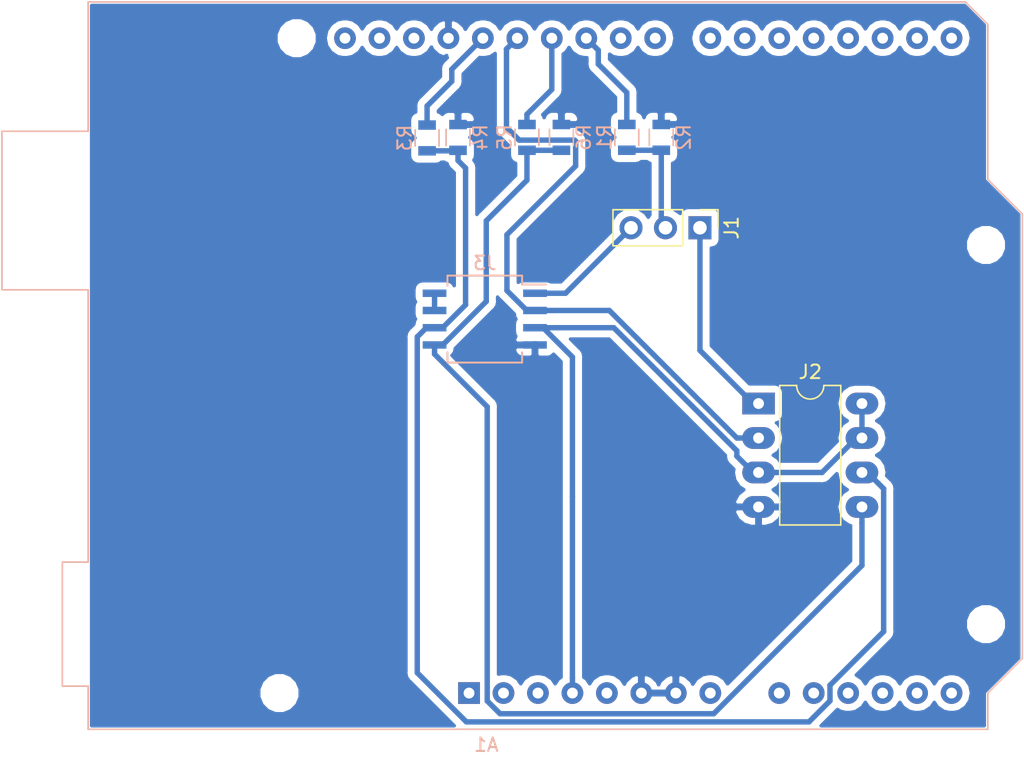
<source format=kicad_pcb>
(kicad_pcb (version 20171130) (host pcbnew 5.0.2-bee76a0~70~ubuntu18.04.1)

  (general
    (thickness 1.6)
    (drawings 0)
    (tracks 80)
    (zones 0)
    (modules 10)
    (nets 36)
  )

  (page A4)
  (layers
    (0 F.Cu signal)
    (31 B.Cu signal)
    (32 B.Adhes user)
    (33 F.Adhes user)
    (34 B.Paste user)
    (35 F.Paste user)
    (36 B.SilkS user)
    (37 F.SilkS user)
    (38 B.Mask user)
    (39 F.Mask user)
    (40 Dwgs.User user)
    (41 Cmts.User user)
    (42 Eco1.User user)
    (43 Eco2.User user)
    (44 Edge.Cuts user)
    (45 Margin user)
    (46 B.CrtYd user)
    (47 F.CrtYd user)
    (48 B.Fab user)
    (49 F.Fab user)
  )

  (setup
    (last_trace_width 0.4)
    (trace_clearance 0.2)
    (zone_clearance 0.508)
    (zone_45_only no)
    (trace_min 0.2)
    (segment_width 0.2)
    (edge_width 0.15)
    (via_size 0.8)
    (via_drill 0.4)
    (via_min_size 0.4)
    (via_min_drill 0.3)
    (uvia_size 0.3)
    (uvia_drill 0.1)
    (uvias_allowed no)
    (uvia_min_size 0.2)
    (uvia_min_drill 0.1)
    (pcb_text_width 0.3)
    (pcb_text_size 1.5 1.5)
    (mod_edge_width 0.15)
    (mod_text_size 1 1)
    (mod_text_width 0.15)
    (pad_size 1.524 1.524)
    (pad_drill 0.762)
    (pad_to_mask_clearance 0.051)
    (solder_mask_min_width 0.25)
    (aux_axis_origin 0 0)
    (visible_elements FFFFF77F)
    (pcbplotparams
      (layerselection 0x010fc_ffffffff)
      (usegerberextensions false)
      (usegerberattributes false)
      (usegerberadvancedattributes false)
      (creategerberjobfile false)
      (excludeedgelayer true)
      (linewidth 0.100000)
      (plotframeref false)
      (viasonmask false)
      (mode 1)
      (useauxorigin false)
      (hpglpennumber 1)
      (hpglpenspeed 20)
      (hpglpendiameter 15.000000)
      (psnegative false)
      (psa4output false)
      (plotreference true)
      (plotvalue true)
      (plotinvisibletext false)
      (padsonsilk false)
      (subtractmaskfromsilk false)
      (outputformat 1)
      (mirror false)
      (drillshape 1)
      (scaleselection 1)
      (outputdirectory ""))
  )

  (net 0 "")
  (net 1 CS_SO-8)
  (net 2 CS_L)
  (net 3 CS_DIL-8)
  (net 4 3.3V)
  (net 5 GND)
  (net 6 SCK_L)
  (net 7 MISO)
  (net 8 MOSI_L)
  (net 9 CS)
  (net 10 SCK)
  (net 11 MOSI)
  (net 12 "Net-(A1-Pad16)")
  (net 13 "Net-(A1-Pad15)")
  (net 14 "Net-(A1-Pad30)")
  (net 15 "Net-(A1-Pad14)")
  (net 16 "Net-(A1-Pad13)")
  (net 17 "Net-(A1-Pad12)")
  (net 18 "Net-(A1-Pad11)")
  (net 19 "Net-(A1-Pad10)")
  (net 20 "Net-(A1-Pad9)")
  (net 21 "Net-(A1-Pad24)")
  (net 22 "Net-(A1-Pad8)")
  (net 23 PB0)
  (net 24 "Net-(A1-Pad22)")
  (net 25 "Net-(A1-Pad21)")
  (net 26 5V)
  (net 27 "Net-(A1-Pad20)")
  (net 28 "Net-(A1-Pad19)")
  (net 29 "Net-(A1-Pad3)")
  (net 30 "Net-(A1-Pad18)")
  (net 31 "Net-(A1-Pad2)")
  (net 32 "Net-(A1-Pad17)")
  (net 33 "Net-(A1-Pad1)")
  (net 34 "Net-(A1-Pad31)")
  (net 35 "Net-(A1-Pad32)")

  (net_class Default "Esta é a classe de rede padrão."
    (clearance 0.2)
    (trace_width 0.4)
    (via_dia 0.8)
    (via_drill 0.4)
    (uvia_dia 0.3)
    (uvia_drill 0.1)
    (add_net 3.3V)
    (add_net 5V)
    (add_net CS)
    (add_net CS_DIL-8)
    (add_net CS_L)
    (add_net CS_SO-8)
    (add_net GND)
    (add_net MISO)
    (add_net MOSI)
    (add_net MOSI_L)
    (add_net "Net-(A1-Pad1)")
    (add_net "Net-(A1-Pad10)")
    (add_net "Net-(A1-Pad11)")
    (add_net "Net-(A1-Pad12)")
    (add_net "Net-(A1-Pad13)")
    (add_net "Net-(A1-Pad14)")
    (add_net "Net-(A1-Pad15)")
    (add_net "Net-(A1-Pad16)")
    (add_net "Net-(A1-Pad17)")
    (add_net "Net-(A1-Pad18)")
    (add_net "Net-(A1-Pad19)")
    (add_net "Net-(A1-Pad2)")
    (add_net "Net-(A1-Pad20)")
    (add_net "Net-(A1-Pad21)")
    (add_net "Net-(A1-Pad22)")
    (add_net "Net-(A1-Pad24)")
    (add_net "Net-(A1-Pad3)")
    (add_net "Net-(A1-Pad30)")
    (add_net "Net-(A1-Pad31)")
    (add_net "Net-(A1-Pad32)")
    (add_net "Net-(A1-Pad8)")
    (add_net "Net-(A1-Pad9)")
    (add_net PB0)
    (add_net SCK)
    (add_net SCK_L)
  )

  (module Pin_Headers:Pin_Header_Straight_1x03_Pitch2.54mm (layer F.Cu) (tedit 59650532) (tstamp 5C36E9F4)
    (at 93.218 50.8 270)
    (descr "Through hole straight pin header, 1x03, 2.54mm pitch, single row")
    (tags "Through hole pin header THT 1x03 2.54mm single row")
    (path /5C3704B3)
    (fp_text reference J1 (at 0 -2.33 270) (layer F.SilkS)
      (effects (font (size 1 1) (thickness 0.15)))
    )
    (fp_text value "Chip Select" (at 0 7.41 270) (layer F.Fab)
      (effects (font (size 1 1) (thickness 0.15)))
    )
    (fp_text user %R (at 0 2.54) (layer F.Fab)
      (effects (font (size 1 1) (thickness 0.15)))
    )
    (fp_line (start 1.8 -1.8) (end -1.8 -1.8) (layer F.CrtYd) (width 0.05))
    (fp_line (start 1.8 6.85) (end 1.8 -1.8) (layer F.CrtYd) (width 0.05))
    (fp_line (start -1.8 6.85) (end 1.8 6.85) (layer F.CrtYd) (width 0.05))
    (fp_line (start -1.8 -1.8) (end -1.8 6.85) (layer F.CrtYd) (width 0.05))
    (fp_line (start -1.33 -1.33) (end 0 -1.33) (layer F.SilkS) (width 0.12))
    (fp_line (start -1.33 0) (end -1.33 -1.33) (layer F.SilkS) (width 0.12))
    (fp_line (start -1.33 1.27) (end 1.33 1.27) (layer F.SilkS) (width 0.12))
    (fp_line (start 1.33 1.27) (end 1.33 6.41) (layer F.SilkS) (width 0.12))
    (fp_line (start -1.33 1.27) (end -1.33 6.41) (layer F.SilkS) (width 0.12))
    (fp_line (start -1.33 6.41) (end 1.33 6.41) (layer F.SilkS) (width 0.12))
    (fp_line (start -1.27 -0.635) (end -0.635 -1.27) (layer F.Fab) (width 0.1))
    (fp_line (start -1.27 6.35) (end -1.27 -0.635) (layer F.Fab) (width 0.1))
    (fp_line (start 1.27 6.35) (end -1.27 6.35) (layer F.Fab) (width 0.1))
    (fp_line (start 1.27 -1.27) (end 1.27 6.35) (layer F.Fab) (width 0.1))
    (fp_line (start -0.635 -1.27) (end 1.27 -1.27) (layer F.Fab) (width 0.1))
    (pad 3 thru_hole oval (at 0 5.08 270) (size 1.7 1.7) (drill 1) (layers *.Cu *.Mask)
      (net 1 CS_SO-8))
    (pad 2 thru_hole oval (at 0 2.54 270) (size 1.7 1.7) (drill 1) (layers *.Cu *.Mask)
      (net 2 CS_L))
    (pad 1 thru_hole rect (at 0 0 270) (size 1.7 1.7) (drill 1) (layers *.Cu *.Mask)
      (net 3 CS_DIL-8))
    (model ${KISYS3DMOD}/Pin_Headers.3dshapes/Pin_Header_Straight_1x03_Pitch2.54mm.wrl
      (at (xyz 0 0 0))
      (scale (xyz 1 1 1))
      (rotate (xyz 0 0 0))
    )
  )

  (module Housings_DIP:DIP-8_W7.62mm_LongPads (layer F.Cu) (tedit 59C78D6B) (tstamp 5C36ED69)
    (at 97.536 63.754)
    (descr "8-lead though-hole mounted DIP package, row spacing 7.62 mm (300 mils), LongPads")
    (tags "THT DIP DIL PDIP 2.54mm 7.62mm 300mil LongPads")
    (path /5C367DD7)
    (fp_text reference J2 (at 3.81 -2.33) (layer F.SilkS)
      (effects (font (size 1 1) (thickness 0.15)))
    )
    (fp_text value DIL-8 (at 3.81 9.95) (layer B.Fab)
      (effects (font (size 1 1) (thickness 0.15)) (justify mirror))
    )
    (fp_text user %R (at 3.81 3.81 90) (layer F.Fab)
      (effects (font (size 1 1) (thickness 0.15)))
    )
    (fp_line (start 9.1 -1.55) (end -1.45 -1.55) (layer F.CrtYd) (width 0.05))
    (fp_line (start 9.1 9.15) (end 9.1 -1.55) (layer F.CrtYd) (width 0.05))
    (fp_line (start -1.45 9.15) (end 9.1 9.15) (layer F.CrtYd) (width 0.05))
    (fp_line (start -1.45 -1.55) (end -1.45 9.15) (layer F.CrtYd) (width 0.05))
    (fp_line (start 6.06 -1.33) (end 4.81 -1.33) (layer F.SilkS) (width 0.12))
    (fp_line (start 6.06 8.95) (end 6.06 -1.33) (layer F.SilkS) (width 0.12))
    (fp_line (start 1.56 8.95) (end 6.06 8.95) (layer F.SilkS) (width 0.12))
    (fp_line (start 1.56 -1.33) (end 1.56 8.95) (layer F.SilkS) (width 0.12))
    (fp_line (start 2.81 -1.33) (end 1.56 -1.33) (layer F.SilkS) (width 0.12))
    (fp_line (start 0.635 -0.27) (end 1.635 -1.27) (layer F.Fab) (width 0.1))
    (fp_line (start 0.635 8.89) (end 0.635 -0.27) (layer F.Fab) (width 0.1))
    (fp_line (start 6.985 8.89) (end 0.635 8.89) (layer F.Fab) (width 0.1))
    (fp_line (start 6.985 -1.27) (end 6.985 8.89) (layer F.Fab) (width 0.1))
    (fp_line (start 1.635 -1.27) (end 6.985 -1.27) (layer F.Fab) (width 0.1))
    (fp_arc (start 3.81 -1.33) (end 2.81 -1.33) (angle -180) (layer F.SilkS) (width 0.12))
    (pad 8 thru_hole oval (at 7.62 0) (size 2.4 1.6) (drill 0.8) (layers *.Cu *.Mask)
      (net 4 3.3V))
    (pad 4 thru_hole oval (at 0 7.62) (size 2.4 1.6) (drill 0.8) (layers *.Cu *.Mask)
      (net 5 GND))
    (pad 7 thru_hole oval (at 7.62 2.54) (size 2.4 1.6) (drill 0.8) (layers *.Cu *.Mask)
      (net 4 3.3V))
    (pad 3 thru_hole oval (at 0 5.08) (size 2.4 1.6) (drill 0.8) (layers *.Cu *.Mask)
      (net 4 3.3V))
    (pad 6 thru_hole oval (at 7.62 5.08) (size 2.4 1.6) (drill 0.8) (layers *.Cu *.Mask)
      (net 6 SCK_L))
    (pad 2 thru_hole oval (at 0 2.54) (size 2.4 1.6) (drill 0.8) (layers *.Cu *.Mask)
      (net 7 MISO))
    (pad 5 thru_hole oval (at 7.62 7.62) (size 2.4 1.6) (drill 0.8) (layers *.Cu *.Mask)
      (net 8 MOSI_L))
    (pad 1 thru_hole rect (at 0 0) (size 2.4 1.6) (drill 0.8) (layers *.Cu *.Mask)
      (net 3 CS_DIL-8))
    (model ${KISYS3DMOD}/Housings_DIP.3dshapes/DIP-8_W7.62mm.wrl
      (at (xyz 0 0 0))
      (scale (xyz 1 1 1))
      (rotate (xyz 0 0 0))
    )
  )

  (module Housings_SOIC:SO-8_5.3x6.2mm_Pitch1.27mm (layer B.Cu) (tedit 59920130) (tstamp 5C368D1F)
    (at 77.36 57.531 180)
    (descr "8-Lead Plastic Small Outline, 5.3x6.2mm Body (http://www.ti.com.cn/cn/lit/ds/symlink/tl7705a.pdf)")
    (tags "SOIC 1.27")
    (path /5C367E65)
    (attr smd)
    (fp_text reference J3 (at 0 4.13 180) (layer B.SilkS)
      (effects (font (size 1 1) (thickness 0.15)) (justify mirror))
    )
    (fp_text value SO-8 (at 0 -4.13 180) (layer B.Fab)
      (effects (font (size 1 1) (thickness 0.15)) (justify mirror))
    )
    (fp_line (start -2.75 2.55) (end -4.5 2.55) (layer B.SilkS) (width 0.15))
    (fp_line (start -2.75 -3.205) (end 2.75 -3.205) (layer B.SilkS) (width 0.15))
    (fp_line (start -2.75 3.205) (end 2.75 3.205) (layer B.SilkS) (width 0.15))
    (fp_line (start -2.75 -3.205) (end -2.75 -2.455) (layer B.SilkS) (width 0.15))
    (fp_line (start 2.75 -3.205) (end 2.75 -2.455) (layer B.SilkS) (width 0.15))
    (fp_line (start 2.75 3.205) (end 2.75 2.455) (layer B.SilkS) (width 0.15))
    (fp_line (start -2.75 3.205) (end -2.75 2.55) (layer B.SilkS) (width 0.15))
    (fp_line (start -4.83 -3.35) (end 4.83 -3.35) (layer B.CrtYd) (width 0.05))
    (fp_line (start -4.83 3.35) (end 4.83 3.35) (layer B.CrtYd) (width 0.05))
    (fp_line (start 4.83 3.35) (end 4.83 -3.35) (layer B.CrtYd) (width 0.05))
    (fp_line (start -4.83 3.35) (end -4.83 -3.35) (layer B.CrtYd) (width 0.05))
    (fp_line (start -2.65 2.1) (end -1.65 3.1) (layer B.Fab) (width 0.15))
    (fp_line (start -2.65 -3.1) (end -2.65 2.1) (layer B.Fab) (width 0.15))
    (fp_line (start 2.65 -3.1) (end -2.65 -3.1) (layer B.Fab) (width 0.15))
    (fp_line (start 2.65 3.1) (end 2.65 -3.1) (layer B.Fab) (width 0.15))
    (fp_line (start -1.65 3.1) (end 2.65 3.1) (layer B.Fab) (width 0.15))
    (fp_text user %R (at 0 0 180) (layer B.Fab)
      (effects (font (size 1 1) (thickness 0.15)) (justify mirror))
    )
    (pad 8 smd rect (at 3.7 1.905 180) (size 1.75 0.55) (layers B.Cu B.Paste B.Mask)
      (net 4 3.3V))
    (pad 7 smd rect (at 3.7 0.635 180) (size 1.75 0.55) (layers B.Cu B.Paste B.Mask)
      (net 4 3.3V))
    (pad 6 smd rect (at 3.7 -0.635 180) (size 1.75 0.55) (layers B.Cu B.Paste B.Mask)
      (net 6 SCK_L))
    (pad 5 smd rect (at 3.7 -1.905 180) (size 1.75 0.55) (layers B.Cu B.Paste B.Mask)
      (net 8 MOSI_L))
    (pad 4 smd rect (at -3.7 -1.905 180) (size 1.75 0.55) (layers B.Cu B.Paste B.Mask)
      (net 5 GND))
    (pad 3 smd rect (at -3.7 -0.635 180) (size 1.75 0.55) (layers B.Cu B.Paste B.Mask)
      (net 4 3.3V))
    (pad 2 smd rect (at -3.7 0.635 180) (size 1.75 0.55) (layers B.Cu B.Paste B.Mask)
      (net 7 MISO))
    (pad 1 smd rect (at -3.7 1.905 180) (size 1.75 0.55) (layers B.Cu B.Paste B.Mask)
      (net 1 CS_SO-8))
    (model ${KISYS3DMOD}/Housings_SOIC.3dshapes/SO-8_5.3x6.2mm_Pitch1.27mm.wrl
      (at (xyz 0 0 0))
      (scale (xyz 1 1 1))
      (rotate (xyz 0 0 0))
    )
  )

  (module Resistors_SMD:R_0805 (layer B.Cu) (tedit 58E0A804) (tstamp 5C363D72)
    (at 87.827823 44.137433 270)
    (descr "Resistor SMD 0805, reflow soldering, Vishay (see dcrcw.pdf)")
    (tags "resistor 0805")
    (path /5C364D2E)
    (attr smd)
    (fp_text reference R1 (at 0 1.65 270) (layer B.SilkS)
      (effects (font (size 1 1) (thickness 0.15)) (justify mirror))
    )
    (fp_text value 10k (at -2.86 0 270) (layer B.Fab)
      (effects (font (size 1 1) (thickness 0.15)) (justify mirror))
    )
    (fp_line (start 1.55 -0.9) (end -1.55 -0.9) (layer B.CrtYd) (width 0.05))
    (fp_line (start 1.55 -0.9) (end 1.55 0.9) (layer B.CrtYd) (width 0.05))
    (fp_line (start -1.55 0.9) (end -1.55 -0.9) (layer B.CrtYd) (width 0.05))
    (fp_line (start -1.55 0.9) (end 1.55 0.9) (layer B.CrtYd) (width 0.05))
    (fp_line (start -0.6 0.88) (end 0.6 0.88) (layer B.SilkS) (width 0.12))
    (fp_line (start 0.6 -0.88) (end -0.6 -0.88) (layer B.SilkS) (width 0.12))
    (fp_line (start -1 0.62) (end 1 0.62) (layer B.Fab) (width 0.1))
    (fp_line (start 1 0.62) (end 1 -0.62) (layer B.Fab) (width 0.1))
    (fp_line (start 1 -0.62) (end -1 -0.62) (layer B.Fab) (width 0.1))
    (fp_line (start -1 -0.62) (end -1 0.62) (layer B.Fab) (width 0.1))
    (fp_text user %R (at 0 0 270) (layer B.Fab)
      (effects (font (size 0.5 0.5) (thickness 0.075)) (justify mirror))
    )
    (pad 2 smd rect (at 0.95 0 270) (size 0.7 1.3) (layers B.Cu B.Paste B.Mask)
      (net 2 CS_L))
    (pad 1 smd rect (at -0.95 0 270) (size 0.7 1.3) (layers B.Cu B.Paste B.Mask)
      (net 9 CS))
    (model ${KISYS3DMOD}/Resistors_SMD.3dshapes/R_0805.wrl
      (at (xyz 0 0 0))
      (scale (xyz 1 1 1))
      (rotate (xyz 0 0 0))
    )
  )

  (module Resistors_SMD:R_0805 (layer B.Cu) (tedit 58E0A804) (tstamp 5C364688)
    (at 90.367823 44.137433 90)
    (descr "Resistor SMD 0805, reflow soldering, Vishay (see dcrcw.pdf)")
    (tags "resistor 0805")
    (path /5C364D80)
    (attr smd)
    (fp_text reference R2 (at 0 1.65 90) (layer B.SilkS)
      (effects (font (size 1 1) (thickness 0.15)) (justify mirror))
    )
    (fp_text value 15k (at 2.86 0 90) (layer B.Fab)
      (effects (font (size 1 1) (thickness 0.15)) (justify mirror))
    )
    (fp_text user %R (at 0 0 90) (layer B.Fab)
      (effects (font (size 0.5 0.5) (thickness 0.075)) (justify mirror))
    )
    (fp_line (start -1 -0.62) (end -1 0.62) (layer B.Fab) (width 0.1))
    (fp_line (start 1 -0.62) (end -1 -0.62) (layer B.Fab) (width 0.1))
    (fp_line (start 1 0.62) (end 1 -0.62) (layer B.Fab) (width 0.1))
    (fp_line (start -1 0.62) (end 1 0.62) (layer B.Fab) (width 0.1))
    (fp_line (start 0.6 -0.88) (end -0.6 -0.88) (layer B.SilkS) (width 0.12))
    (fp_line (start -0.6 0.88) (end 0.6 0.88) (layer B.SilkS) (width 0.12))
    (fp_line (start -1.55 0.9) (end 1.55 0.9) (layer B.CrtYd) (width 0.05))
    (fp_line (start -1.55 0.9) (end -1.55 -0.9) (layer B.CrtYd) (width 0.05))
    (fp_line (start 1.55 -0.9) (end 1.55 0.9) (layer B.CrtYd) (width 0.05))
    (fp_line (start 1.55 -0.9) (end -1.55 -0.9) (layer B.CrtYd) (width 0.05))
    (pad 1 smd rect (at -0.95 0 90) (size 0.7 1.3) (layers B.Cu B.Paste B.Mask)
      (net 2 CS_L))
    (pad 2 smd rect (at 0.95 0 90) (size 0.7 1.3) (layers B.Cu B.Paste B.Mask)
      (net 5 GND))
    (model ${KISYS3DMOD}/Resistors_SMD.3dshapes/R_0805.wrl
      (at (xyz 0 0 0))
      (scale (xyz 1 1 1))
      (rotate (xyz 0 0 0))
    )
  )

  (module Resistors_SMD:R_0805 (layer B.Cu) (tedit 58E0A804) (tstamp 5C363D94)
    (at 73.108597 44.179859 270)
    (descr "Resistor SMD 0805, reflow soldering, Vishay (see dcrcw.pdf)")
    (tags "resistor 0805")
    (path /5C364E9A)
    (attr smd)
    (fp_text reference R3 (at 0 1.65 270) (layer B.SilkS)
      (effects (font (size 1 1) (thickness 0.15)) (justify mirror))
    )
    (fp_text value 10k (at -2.820001 0.260001 270) (layer B.Fab)
      (effects (font (size 1 1) (thickness 0.15)) (justify mirror))
    )
    (fp_line (start 1.55 -0.9) (end -1.55 -0.9) (layer B.CrtYd) (width 0.05))
    (fp_line (start 1.55 -0.9) (end 1.55 0.9) (layer B.CrtYd) (width 0.05))
    (fp_line (start -1.55 0.9) (end -1.55 -0.9) (layer B.CrtYd) (width 0.05))
    (fp_line (start -1.55 0.9) (end 1.55 0.9) (layer B.CrtYd) (width 0.05))
    (fp_line (start -0.6 0.88) (end 0.6 0.88) (layer B.SilkS) (width 0.12))
    (fp_line (start 0.6 -0.88) (end -0.6 -0.88) (layer B.SilkS) (width 0.12))
    (fp_line (start -1 0.62) (end 1 0.62) (layer B.Fab) (width 0.1))
    (fp_line (start 1 0.62) (end 1 -0.62) (layer B.Fab) (width 0.1))
    (fp_line (start 1 -0.62) (end -1 -0.62) (layer B.Fab) (width 0.1))
    (fp_line (start -1 -0.62) (end -1 0.62) (layer B.Fab) (width 0.1))
    (fp_text user %R (at 0 0 270) (layer B.Fab)
      (effects (font (size 0.5 0.5) (thickness 0.075)) (justify mirror))
    )
    (pad 2 smd rect (at 0.95 0 270) (size 0.7 1.3) (layers B.Cu B.Paste B.Mask)
      (net 6 SCK_L))
    (pad 1 smd rect (at -0.95 0 270) (size 0.7 1.3) (layers B.Cu B.Paste B.Mask)
      (net 10 SCK))
    (model ${KISYS3DMOD}/Resistors_SMD.3dshapes/R_0805.wrl
      (at (xyz 0 0 0))
      (scale (xyz 1 1 1))
      (rotate (xyz 0 0 0))
    )
  )

  (module Resistors_SMD:R_0805 (layer B.Cu) (tedit 58E0A804) (tstamp 5C363DA5)
    (at 75.388596 44.14486 90)
    (descr "Resistor SMD 0805, reflow soldering, Vishay (see dcrcw.pdf)")
    (tags "resistor 0805")
    (path /5C364EDC)
    (attr smd)
    (fp_text reference R4 (at 0 1.65 90) (layer B.SilkS)
      (effects (font (size 1 1) (thickness 0.15)) (justify mirror))
    )
    (fp_text value 15k (at 2.855 0 90) (layer B.Fab)
      (effects (font (size 1 1) (thickness 0.15)) (justify mirror))
    )
    (fp_text user %R (at 0 0 90) (layer B.Fab)
      (effects (font (size 0.5 0.5) (thickness 0.075)) (justify mirror))
    )
    (fp_line (start -1 -0.62) (end -1 0.62) (layer B.Fab) (width 0.1))
    (fp_line (start 1 -0.62) (end -1 -0.62) (layer B.Fab) (width 0.1))
    (fp_line (start 1 0.62) (end 1 -0.62) (layer B.Fab) (width 0.1))
    (fp_line (start -1 0.62) (end 1 0.62) (layer B.Fab) (width 0.1))
    (fp_line (start 0.6 -0.88) (end -0.6 -0.88) (layer B.SilkS) (width 0.12))
    (fp_line (start -0.6 0.88) (end 0.6 0.88) (layer B.SilkS) (width 0.12))
    (fp_line (start -1.55 0.9) (end 1.55 0.9) (layer B.CrtYd) (width 0.05))
    (fp_line (start -1.55 0.9) (end -1.55 -0.9) (layer B.CrtYd) (width 0.05))
    (fp_line (start 1.55 -0.9) (end 1.55 0.9) (layer B.CrtYd) (width 0.05))
    (fp_line (start 1.55 -0.9) (end -1.55 -0.9) (layer B.CrtYd) (width 0.05))
    (pad 1 smd rect (at -0.95 0 90) (size 0.7 1.3) (layers B.Cu B.Paste B.Mask)
      (net 6 SCK_L))
    (pad 2 smd rect (at 0.95 0 90) (size 0.7 1.3) (layers B.Cu B.Paste B.Mask)
      (net 5 GND))
    (model ${KISYS3DMOD}/Resistors_SMD.3dshapes/R_0805.wrl
      (at (xyz 0 0 0))
      (scale (xyz 1 1 1))
      (rotate (xyz 0 0 0))
    )
  )

  (module Resistors_SMD:R_0805 (layer B.Cu) (tedit 58E0A804) (tstamp 5C363DB6)
    (at 80.468596 44.13986 270)
    (descr "Resistor SMD 0805, reflow soldering, Vishay (see dcrcw.pdf)")
    (tags "resistor 0805")
    (path /5C364DC4)
    (attr smd)
    (fp_text reference R5 (at 0 1.65 270) (layer B.SilkS)
      (effects (font (size 1 1) (thickness 0.15)) (justify mirror))
    )
    (fp_text value 10k (at -2.86 0 270) (layer B.Fab)
      (effects (font (size 1 1) (thickness 0.15)) (justify mirror))
    )
    (fp_line (start 1.55 -0.9) (end -1.55 -0.9) (layer B.CrtYd) (width 0.05))
    (fp_line (start 1.55 -0.9) (end 1.55 0.9) (layer B.CrtYd) (width 0.05))
    (fp_line (start -1.55 0.9) (end -1.55 -0.9) (layer B.CrtYd) (width 0.05))
    (fp_line (start -1.55 0.9) (end 1.55 0.9) (layer B.CrtYd) (width 0.05))
    (fp_line (start -0.6 0.88) (end 0.6 0.88) (layer B.SilkS) (width 0.12))
    (fp_line (start 0.6 -0.88) (end -0.6 -0.88) (layer B.SilkS) (width 0.12))
    (fp_line (start -1 0.62) (end 1 0.62) (layer B.Fab) (width 0.1))
    (fp_line (start 1 0.62) (end 1 -0.62) (layer B.Fab) (width 0.1))
    (fp_line (start 1 -0.62) (end -1 -0.62) (layer B.Fab) (width 0.1))
    (fp_line (start -1 -0.62) (end -1 0.62) (layer B.Fab) (width 0.1))
    (fp_text user %R (at 0 0 270) (layer B.Fab)
      (effects (font (size 0.5 0.5) (thickness 0.075)) (justify mirror))
    )
    (pad 2 smd rect (at 0.95 0 270) (size 0.7 1.3) (layers B.Cu B.Paste B.Mask)
      (net 8 MOSI_L))
    (pad 1 smd rect (at -0.95 0 270) (size 0.7 1.3) (layers B.Cu B.Paste B.Mask)
      (net 11 MOSI))
    (model ${KISYS3DMOD}/Resistors_SMD.3dshapes/R_0805.wrl
      (at (xyz 0 0 0))
      (scale (xyz 1 1 1))
      (rotate (xyz 0 0 0))
    )
  )

  (module Resistors_SMD:R_0805 (layer B.Cu) (tedit 58E0A804) (tstamp 5C3645D5)
    (at 83.008596 44.13986 90)
    (descr "Resistor SMD 0805, reflow soldering, Vishay (see dcrcw.pdf)")
    (tags "resistor 0805")
    (path /5C364E5C)
    (attr smd)
    (fp_text reference R6 (at 0 1.65 90) (layer B.SilkS)
      (effects (font (size 1 1) (thickness 0.15)) (justify mirror))
    )
    (fp_text value 15k (at 2.86 0 90) (layer B.Fab)
      (effects (font (size 1 1) (thickness 0.15)) (justify mirror))
    )
    (fp_text user %R (at 0 0 90) (layer B.Fab)
      (effects (font (size 0.5 0.5) (thickness 0.075)) (justify mirror))
    )
    (fp_line (start -1 -0.62) (end -1 0.62) (layer B.Fab) (width 0.1))
    (fp_line (start 1 -0.62) (end -1 -0.62) (layer B.Fab) (width 0.1))
    (fp_line (start 1 0.62) (end 1 -0.62) (layer B.Fab) (width 0.1))
    (fp_line (start -1 0.62) (end 1 0.62) (layer B.Fab) (width 0.1))
    (fp_line (start 0.6 -0.88) (end -0.6 -0.88) (layer B.SilkS) (width 0.12))
    (fp_line (start -0.6 0.88) (end 0.6 0.88) (layer B.SilkS) (width 0.12))
    (fp_line (start -1.55 0.9) (end 1.55 0.9) (layer B.CrtYd) (width 0.05))
    (fp_line (start -1.55 0.9) (end -1.55 -0.9) (layer B.CrtYd) (width 0.05))
    (fp_line (start 1.55 -0.9) (end 1.55 0.9) (layer B.CrtYd) (width 0.05))
    (fp_line (start 1.55 -0.9) (end -1.55 -0.9) (layer B.CrtYd) (width 0.05))
    (pad 1 smd rect (at -0.95 0 90) (size 0.7 1.3) (layers B.Cu B.Paste B.Mask)
      (net 8 MOSI_L))
    (pad 2 smd rect (at 0.95 0 90) (size 0.7 1.3) (layers B.Cu B.Paste B.Mask)
      (net 5 GND))
    (model ${KISYS3DMOD}/Resistors_SMD.3dshapes/R_0805.wrl
      (at (xyz 0 0 0))
      (scale (xyz 1 1 1))
      (rotate (xyz 0 0 0))
    )
  )

  (module Modules:Arduino_UNO_R3_WithMountingHoles locked (layer B.Cu) (tedit 58AB6127) (tstamp 5C36D42B)
    (at 76.2 85.09)
    (descr "Arduino UNO R3, http://www.mouser.com/pdfdocs/Gravitech_Arduino_Nano3_0.pdf")
    (tags "Arduino UNO R3")
    (path /5C363447)
    (fp_text reference A1 (at 1.27 3.81 -180) (layer B.SilkS)
      (effects (font (size 1 1) (thickness 0.15)) (justify mirror))
    )
    (fp_text value Arduino_UNO_R3 (at 8.89 4.445) (layer B.Fab)
      (effects (font (size 1 1) (thickness 0.15)) (justify mirror))
    )
    (fp_line (start -27.94 2.54) (end 38.1 2.54) (layer B.Fab) (width 0.1))
    (fp_line (start -27.94 -50.8) (end -27.94 2.54) (layer B.Fab) (width 0.1))
    (fp_line (start 36.58 -50.8) (end -27.94 -50.8) (layer B.Fab) (width 0.1))
    (fp_line (start 38.1 -49.28) (end 36.58 -50.8) (layer B.Fab) (width 0.1))
    (fp_line (start 38.1 0) (end 40.64 -2.54) (layer B.Fab) (width 0.1))
    (fp_line (start 38.1 2.54) (end 38.1 0) (layer B.Fab) (width 0.1))
    (fp_line (start 40.64 -35.31) (end 38.1 -37.85) (layer B.Fab) (width 0.1))
    (fp_line (start 40.64 -2.54) (end 40.64 -35.31) (layer B.Fab) (width 0.1))
    (fp_line (start 38.1 -37.85) (end 38.1 -49.28) (layer B.Fab) (width 0.1))
    (fp_line (start -29.84 -9.53) (end -29.84 -0.64) (layer B.Fab) (width 0.1))
    (fp_line (start -16.51 -9.53) (end -29.84 -9.53) (layer B.Fab) (width 0.1))
    (fp_line (start -16.51 -0.64) (end -16.51 -9.53) (layer B.Fab) (width 0.1))
    (fp_line (start -29.84 -0.64) (end -16.51 -0.64) (layer B.Fab) (width 0.1))
    (fp_line (start -34.29 -41.27) (end -34.29 -29.84) (layer B.Fab) (width 0.1))
    (fp_line (start -18.41 -41.27) (end -34.29 -41.27) (layer B.Fab) (width 0.1))
    (fp_line (start -18.41 -29.84) (end -18.41 -41.27) (layer B.Fab) (width 0.1))
    (fp_line (start -34.29 -29.84) (end -18.41 -29.84) (layer B.Fab) (width 0.1))
    (fp_line (start 38.23 -37.85) (end 40.77 -35.31) (layer B.SilkS) (width 0.12))
    (fp_line (start 38.23 -49.28) (end 38.23 -37.85) (layer B.SilkS) (width 0.12))
    (fp_line (start 36.58 -50.93) (end 38.23 -49.28) (layer B.SilkS) (width 0.12))
    (fp_line (start -28.07 -50.93) (end 36.58 -50.93) (layer B.SilkS) (width 0.12))
    (fp_line (start -28.07 -41.4) (end -28.07 -50.93) (layer B.SilkS) (width 0.12))
    (fp_line (start -34.42 -41.4) (end -28.07 -41.4) (layer B.SilkS) (width 0.12))
    (fp_line (start -34.42 -29.72) (end -34.42 -41.4) (layer B.SilkS) (width 0.12))
    (fp_line (start -28.07 -29.72) (end -34.42 -29.72) (layer B.SilkS) (width 0.12))
    (fp_line (start -28.07 -9.65) (end -28.07 -29.72) (layer B.SilkS) (width 0.12))
    (fp_line (start -29.97 -9.65) (end -28.07 -9.65) (layer B.SilkS) (width 0.12))
    (fp_line (start -29.97 -0.51) (end -29.97 -9.65) (layer B.SilkS) (width 0.12))
    (fp_line (start -28.07 -0.51) (end -29.97 -0.51) (layer B.SilkS) (width 0.12))
    (fp_line (start -28.07 2.67) (end -28.07 -0.51) (layer B.SilkS) (width 0.12))
    (fp_line (start 38.23 2.67) (end -28.07 2.67) (layer B.SilkS) (width 0.12))
    (fp_line (start 38.23 0) (end 38.23 2.67) (layer B.SilkS) (width 0.12))
    (fp_line (start 40.77 -2.54) (end 38.23 0) (layer B.SilkS) (width 0.12))
    (fp_line (start 40.77 -35.31) (end 40.77 -2.54) (layer B.SilkS) (width 0.12))
    (fp_line (start -28.19 2.79) (end 38.35 2.79) (layer B.CrtYd) (width 0.05))
    (fp_line (start -28.19 -0.38) (end -28.19 2.79) (layer B.CrtYd) (width 0.05))
    (fp_line (start -30.1 -0.38) (end -28.19 -0.38) (layer B.CrtYd) (width 0.05))
    (fp_line (start -30.1 -9.78) (end -30.1 -0.38) (layer B.CrtYd) (width 0.05))
    (fp_line (start -28.19 -9.78) (end -30.1 -9.78) (layer B.CrtYd) (width 0.05))
    (fp_line (start -28.19 -29.59) (end -28.19 -9.78) (layer B.CrtYd) (width 0.05))
    (fp_line (start -34.54 -29.59) (end -28.19 -29.59) (layer B.CrtYd) (width 0.05))
    (fp_line (start -34.54 -41.53) (end -34.54 -29.59) (layer B.CrtYd) (width 0.05))
    (fp_line (start -28.19 -41.53) (end -34.54 -41.53) (layer B.CrtYd) (width 0.05))
    (fp_line (start -28.19 -51.05) (end -28.19 -41.53) (layer B.CrtYd) (width 0.05))
    (fp_line (start 36.58 -51.05) (end -28.19 -51.05) (layer B.CrtYd) (width 0.05))
    (fp_line (start 38.35 -49.28) (end 36.58 -51.05) (layer B.CrtYd) (width 0.05))
    (fp_line (start 38.35 -37.85) (end 38.35 -49.28) (layer B.CrtYd) (width 0.05))
    (fp_line (start 40.89 -35.31) (end 38.35 -37.85) (layer B.CrtYd) (width 0.05))
    (fp_line (start 40.89 -2.54) (end 40.89 -35.31) (layer B.CrtYd) (width 0.05))
    (fp_line (start 38.35 0) (end 40.89 -2.54) (layer B.CrtYd) (width 0.05))
    (fp_line (start 38.35 2.79) (end 38.35 0) (layer B.CrtYd) (width 0.05))
    (fp_text user %R (at -2.54 4.445 -180) (layer B.Fab)
      (effects (font (size 1 1) (thickness 0.15)) (justify mirror))
    )
    (pad "" np_thru_hole circle (at 38.1 -5.08 270) (size 1.78 1.78) (drill 1.78) (layers *.Cu *.Mask))
    (pad "" np_thru_hole circle (at 38.1 -33.02 270) (size 1.78 1.78) (drill 1.78) (layers *.Cu *.Mask))
    (pad "" np_thru_hole circle (at -12.7 -48.26 270) (size 1.78 1.78) (drill 1.78) (layers *.Cu *.Mask))
    (pad "" np_thru_hole circle (at -13.97 0 270) (size 1.78 1.78) (drill 1.78) (layers *.Cu *.Mask))
    (pad 16 thru_hole oval (at 33.02 -48.26 270) (size 1.6 1.6) (drill 0.8) (layers *.Cu *.Mask)
      (net 12 "Net-(A1-Pad16)"))
    (pad 15 thru_hole oval (at 35.56 -48.26 270) (size 1.6 1.6) (drill 0.8) (layers *.Cu *.Mask)
      (net 13 "Net-(A1-Pad15)"))
    (pad 30 thru_hole oval (at -4.06 -48.26 270) (size 1.6 1.6) (drill 0.8) (layers *.Cu *.Mask)
      (net 14 "Net-(A1-Pad30)"))
    (pad 14 thru_hole oval (at 35.56 0 270) (size 1.6 1.6) (drill 0.8) (layers *.Cu *.Mask)
      (net 15 "Net-(A1-Pad14)"))
    (pad 29 thru_hole oval (at -1.52 -48.26 270) (size 1.6 1.6) (drill 0.8) (layers *.Cu *.Mask)
      (net 5 GND))
    (pad 13 thru_hole oval (at 33.02 0 270) (size 1.6 1.6) (drill 0.8) (layers *.Cu *.Mask)
      (net 16 "Net-(A1-Pad13)"))
    (pad 28 thru_hole oval (at 1.02 -48.26 270) (size 1.6 1.6) (drill 0.8) (layers *.Cu *.Mask)
      (net 10 SCK))
    (pad 12 thru_hole oval (at 30.48 0 270) (size 1.6 1.6) (drill 0.8) (layers *.Cu *.Mask)
      (net 17 "Net-(A1-Pad12)"))
    (pad 27 thru_hole oval (at 3.56 -48.26 270) (size 1.6 1.6) (drill 0.8) (layers *.Cu *.Mask)
      (net 7 MISO))
    (pad 11 thru_hole oval (at 27.94 0 270) (size 1.6 1.6) (drill 0.8) (layers *.Cu *.Mask)
      (net 18 "Net-(A1-Pad11)"))
    (pad 26 thru_hole oval (at 6.1 -48.26 270) (size 1.6 1.6) (drill 0.8) (layers *.Cu *.Mask)
      (net 11 MOSI))
    (pad 10 thru_hole oval (at 25.4 0 270) (size 1.6 1.6) (drill 0.8) (layers *.Cu *.Mask)
      (net 19 "Net-(A1-Pad10)"))
    (pad 25 thru_hole oval (at 8.64 -48.26 270) (size 1.6 1.6) (drill 0.8) (layers *.Cu *.Mask)
      (net 9 CS))
    (pad 9 thru_hole oval (at 22.86 0 270) (size 1.6 1.6) (drill 0.8) (layers *.Cu *.Mask)
      (net 20 "Net-(A1-Pad9)"))
    (pad 24 thru_hole oval (at 11.18 -48.26 270) (size 1.6 1.6) (drill 0.8) (layers *.Cu *.Mask)
      (net 21 "Net-(A1-Pad24)"))
    (pad 8 thru_hole oval (at 17.78 0 270) (size 1.6 1.6) (drill 0.8) (layers *.Cu *.Mask)
      (net 22 "Net-(A1-Pad8)"))
    (pad 23 thru_hole oval (at 13.72 -48.26 270) (size 1.6 1.6) (drill 0.8) (layers *.Cu *.Mask)
      (net 23 PB0))
    (pad 7 thru_hole oval (at 15.24 0 270) (size 1.6 1.6) (drill 0.8) (layers *.Cu *.Mask)
      (net 5 GND))
    (pad 22 thru_hole oval (at 17.78 -48.26 270) (size 1.6 1.6) (drill 0.8) (layers *.Cu *.Mask)
      (net 24 "Net-(A1-Pad22)"))
    (pad 6 thru_hole oval (at 12.7 0 270) (size 1.6 1.6) (drill 0.8) (layers *.Cu *.Mask)
      (net 5 GND))
    (pad 21 thru_hole oval (at 20.32 -48.26 270) (size 1.6 1.6) (drill 0.8) (layers *.Cu *.Mask)
      (net 25 "Net-(A1-Pad21)"))
    (pad 5 thru_hole oval (at 10.16 0 270) (size 1.6 1.6) (drill 0.8) (layers *.Cu *.Mask)
      (net 26 5V))
    (pad 20 thru_hole oval (at 22.86 -48.26 270) (size 1.6 1.6) (drill 0.8) (layers *.Cu *.Mask)
      (net 27 "Net-(A1-Pad20)"))
    (pad 4 thru_hole oval (at 7.62 0 270) (size 1.6 1.6) (drill 0.8) (layers *.Cu *.Mask)
      (net 4 3.3V))
    (pad 19 thru_hole oval (at 25.4 -48.26 270) (size 1.6 1.6) (drill 0.8) (layers *.Cu *.Mask)
      (net 28 "Net-(A1-Pad19)"))
    (pad 3 thru_hole oval (at 5.08 0 270) (size 1.6 1.6) (drill 0.8) (layers *.Cu *.Mask)
      (net 29 "Net-(A1-Pad3)"))
    (pad 18 thru_hole oval (at 27.94 -48.26 270) (size 1.6 1.6) (drill 0.8) (layers *.Cu *.Mask)
      (net 30 "Net-(A1-Pad18)"))
    (pad 2 thru_hole oval (at 2.54 0 270) (size 1.6 1.6) (drill 0.8) (layers *.Cu *.Mask)
      (net 31 "Net-(A1-Pad2)"))
    (pad 17 thru_hole oval (at 30.48 -48.26 270) (size 1.6 1.6) (drill 0.8) (layers *.Cu *.Mask)
      (net 32 "Net-(A1-Pad17)"))
    (pad 1 thru_hole rect (at 0 0 270) (size 1.6 1.6) (drill 0.8) (layers *.Cu *.Mask)
      (net 33 "Net-(A1-Pad1)"))
    (pad 31 thru_hole oval (at -6.6 -48.26 270) (size 1.6 1.6) (drill 0.8) (layers *.Cu *.Mask)
      (net 34 "Net-(A1-Pad31)"))
    (pad 32 thru_hole oval (at -9.14 -48.26 270) (size 1.6 1.6) (drill 0.8) (layers *.Cu *.Mask)
      (net 35 "Net-(A1-Pad32)"))
  )

  (segment (start 83.312 55.626) (end 88.138 50.8) (width 0.4) (layer B.Cu) (net 1))
  (segment (start 81.06 55.626) (end 83.312 55.626) (width 0.4) (layer B.Cu) (net 1))
  (segment (start 87.827823 45.087433) (end 90.367823 45.087433) (width 0.4) (layer B.Cu) (net 2))
  (segment (start 90.367823 50.489823) (end 90.678 50.8) (width 0.4) (layer B.Cu) (net 2))
  (segment (start 90.367823 45.087433) (end 90.367823 50.489823) (width 0.4) (layer B.Cu) (net 2))
  (segment (start 97.136 63.754) (end 97.536 63.754) (width 0.4) (layer B.Cu) (net 3))
  (segment (start 93.218 59.836) (end 97.136 63.754) (width 0.4) (layer B.Cu) (net 3))
  (segment (start 93.218 50.8) (end 93.218 59.836) (width 0.4) (layer B.Cu) (net 3))
  (segment (start 73.66 56.896) (end 73.66 55.626) (width 0.4) (layer B.Cu) (net 4))
  (segment (start 83.82 83.95863) (end 83.82 85.09) (width 0.4) (layer B.Cu) (net 4))
  (segment (start 81.66 58.166) (end 83.82 60.326) (width 0.4) (layer B.Cu) (net 4))
  (segment (start 81.06 58.166) (end 81.66 58.166) (width 0.4) (layer B.Cu) (net 4))
  (segment (start 83.82 60.326) (end 83.82 70.612) (width 0.4) (layer B.Cu) (net 4))
  (segment (start 83.82 70.612) (end 83.82 83.95863) (width 0.4) (layer B.Cu) (net 4))
  (segment (start 105.156 63.754) (end 105.156 66.294) (width 0.4) (layer B.Cu) (net 4))
  (segment (start 104.756 66.294) (end 105.156 66.294) (width 0.4) (layer B.Cu) (net 4))
  (segment (start 102.216 68.834) (end 104.756 66.294) (width 0.4) (layer B.Cu) (net 4))
  (segment (start 97.536 68.834) (end 102.216 68.834) (width 0.4) (layer B.Cu) (net 4))
  (segment (start 97.136 68.834) (end 97.536 68.834) (width 0.4) (layer B.Cu) (net 4))
  (segment (start 95.936 67.634) (end 97.136 68.834) (width 0.4) (layer B.Cu) (net 4))
  (segment (start 95.936 67.234) (end 95.936 67.634) (width 0.4) (layer B.Cu) (net 4))
  (segment (start 86.868 58.166) (end 95.936 67.234) (width 0.4) (layer B.Cu) (net 4))
  (segment (start 81.06 58.166) (end 86.868 58.166) (width 0.4) (layer B.Cu) (net 4))
  (segment (start 75.353597 45.129859) (end 75.388596 45.09486) (width 0.4) (layer B.Cu) (net 6))
  (segment (start 73.108597 45.129859) (end 75.353597 45.129859) (width 0.4) (layer B.Cu) (net 6))
  (segment (start 75.388596 45.84486) (end 75.946 46.402264) (width 0.4) (layer B.Cu) (net 6))
  (segment (start 75.388596 45.09486) (end 75.388596 45.84486) (width 0.4) (layer B.Cu) (net 6))
  (segment (start 74.26 58.166) (end 73.66 58.166) (width 0.4) (layer B.Cu) (net 6))
  (segment (start 75.946 56.48) (end 74.26 58.166) (width 0.4) (layer B.Cu) (net 6))
  (segment (start 75.946 46.402264) (end 75.946 56.48) (width 0.4) (layer B.Cu) (net 6))
  (segment (start 72.385 58.841) (end 73.06 58.166) (width 0.4) (layer B.Cu) (net 6))
  (segment (start 72.384999 83.595001) (end 72.385 58.841) (width 0.4) (layer B.Cu) (net 6))
  (segment (start 101.251992 87.21401) (end 76.004008 87.21401) (width 0.4) (layer B.Cu) (net 6))
  (segment (start 102.800001 85.666001) (end 101.251992 87.21401) (width 0.4) (layer B.Cu) (net 6))
  (segment (start 102.800001 84.513999) (end 102.800001 85.666001) (width 0.4) (layer B.Cu) (net 6))
  (segment (start 106.756 80.558) (end 102.800001 84.513999) (width 0.4) (layer B.Cu) (net 6))
  (segment (start 106.756 70.034) (end 106.756 80.558) (width 0.4) (layer B.Cu) (net 6))
  (segment (start 76.004008 87.21401) (end 72.384999 83.595001) (width 0.4) (layer B.Cu) (net 6))
  (segment (start 105.556 68.834) (end 106.756 70.034) (width 0.4) (layer B.Cu) (net 6))
  (segment (start 73.06 58.166) (end 73.66 58.166) (width 0.4) (layer B.Cu) (net 6))
  (segment (start 105.156 68.834) (end 105.556 68.834) (width 0.4) (layer B.Cu) (net 6))
  (segment (start 84.058597 44.419859) (end 84.058597 46.243403) (width 0.4) (layer B.Cu) (net 7))
  (segment (start 83.978597 44.339859) (end 84.058597 44.419859) (width 0.4) (layer B.Cu) (net 7))
  (segment (start 78.960001 43.401267) (end 79.898593 44.339859) (width 0.4) (layer B.Cu) (net 7))
  (segment (start 79.76 36.83) (end 78.960001 37.629999) (width 0.4) (layer B.Cu) (net 7))
  (segment (start 79.898593 44.339859) (end 83.978597 44.339859) (width 0.4) (layer B.Cu) (net 7))
  (segment (start 78.960001 37.629999) (end 78.960001 43.401267) (width 0.4) (layer B.Cu) (net 7))
  (segment (start 84.058597 46.243403) (end 78.994 51.308) (width 0.4) (layer B.Cu) (net 7))
  (segment (start 80.46 56.896) (end 81.06 56.896) (width 0.4) (layer B.Cu) (net 7))
  (segment (start 78.994 55.430002) (end 80.46 56.896) (width 0.4) (layer B.Cu) (net 7))
  (segment (start 78.994 51.308) (end 78.994 55.430002) (width 0.4) (layer B.Cu) (net 7))
  (segment (start 82.335 56.896) (end 81.06 56.896) (width 0.4) (layer B.Cu) (net 7))
  (segment (start 86.538 56.896) (end 82.335 56.896) (width 0.4) (layer B.Cu) (net 7))
  (segment (start 95.936 66.294) (end 86.538 56.896) (width 0.4) (layer B.Cu) (net 7))
  (segment (start 97.536 66.294) (end 95.936 66.294) (width 0.4) (layer B.Cu) (net 7))
  (segment (start 80.468596 45.08986) (end 83.008596 45.08986) (width 0.4) (layer B.Cu) (net 8))
  (segment (start 80.468596 45.08986) (end 80.468596 47.293404) (width 0.4) (layer B.Cu) (net 8))
  (segment (start 80.468596 47.293404) (end 77.47 50.292) (width 0.4) (layer B.Cu) (net 8))
  (segment (start 74.26 59.436) (end 73.66 59.436) (width 0.4) (layer B.Cu) (net 8))
  (segment (start 77.47 56.226002) (end 74.26 59.436) (width 0.4) (layer B.Cu) (net 8))
  (segment (start 77.47 50.292) (end 77.47 56.226002) (width 0.4) (layer B.Cu) (net 8))
  (segment (start 77.539999 85.666001) (end 78.487998 86.614) (width 0.4) (layer B.Cu) (net 8))
  (segment (start 77.539999 63.990999) (end 77.539999 85.666001) (width 0.4) (layer B.Cu) (net 8))
  (segment (start 73.66 59.436) (end 73.66 60.111) (width 0.4) (layer B.Cu) (net 8))
  (segment (start 73.66 60.111) (end 77.539999 63.990999) (width 0.4) (layer B.Cu) (net 8))
  (segment (start 105.156 75.690002) (end 105.156 72.574) (width 0.4) (layer B.Cu) (net 8))
  (segment (start 94.232002 86.614) (end 105.156 75.690002) (width 0.4) (layer B.Cu) (net 8))
  (segment (start 105.156 72.574) (end 105.156 71.374) (width 0.4) (layer B.Cu) (net 8))
  (segment (start 78.487998 86.614) (end 94.232002 86.614) (width 0.4) (layer B.Cu) (net 8))
  (segment (start 87.827823 43.187433) (end 87.827823 40.837823) (width 0.4) (layer B.Cu) (net 9))
  (segment (start 87.827823 40.837823) (end 85.725 38.735) (width 0.4) (layer B.Cu) (net 9))
  (segment (start 85.725 37.715) (end 84.84 36.83) (width 0.4) (layer B.Cu) (net 9))
  (segment (start 85.725 38.735) (end 85.725 37.715) (width 0.4) (layer B.Cu) (net 9))
  (segment (start 73.108597 43.229859) (end 73.108597 41.826403) (width 0.4) (layer B.Cu) (net 10))
  (segment (start 73.108597 41.826403) (end 74.93 40.005) (width 0.4) (layer B.Cu) (net 10))
  (segment (start 74.93 39.12) (end 77.22 36.83) (width 0.4) (layer B.Cu) (net 10))
  (segment (start 74.93 40.005) (end 74.93 39.12) (width 0.4) (layer B.Cu) (net 10))
  (segment (start 82.3 40.608456) (end 82.3 36.83) (width 0.4) (layer B.Cu) (net 11))
  (segment (start 80.468596 43.18986) (end 80.468596 42.43986) (width 0.4) (layer B.Cu) (net 11))
  (segment (start 80.468596 42.43986) (end 82.3 40.608456) (width 0.4) (layer B.Cu) (net 11))

  (zone (net 5) (net_name GND) (layer B.Cu) (tstamp 0) (hatch edge 0.508)
    (connect_pads (clearance 0.508))
    (min_thickness 0.254)
    (fill yes (arc_segments 16) (thermal_gap 0.508) (thermal_bridge_width 0.508))
    (polygon
      (pts
        (xy 48.26 34.29) (xy 48.26 87.63) (xy 114.3 87.63) (xy 114.3 85.09) (xy 116.84 82.55)
        (xy 116.84 49.784) (xy 114.3 47.244) (xy 114.3 35.814) (xy 112.776 34.29)
      )
    )
    (filled_polygon
      (pts
        (xy 114.173 35.866606) (xy 114.173 47.244) (xy 114.182667 47.292601) (xy 114.210197 47.333803) (xy 116.713 49.836606)
        (xy 116.713 82.497394) (xy 114.210197 85.000197) (xy 114.182667 85.041399) (xy 114.173 85.09) (xy 114.173 87.503)
        (xy 102.143869 87.503) (xy 103.332286 86.314585) (xy 103.361038 86.295373) (xy 103.580091 86.44174) (xy 103.998667 86.525)
        (xy 104.281333 86.525) (xy 104.699909 86.44174) (xy 105.174577 86.124577) (xy 105.41 85.772242) (xy 105.645423 86.124577)
        (xy 106.120091 86.44174) (xy 106.538667 86.525) (xy 106.821333 86.525) (xy 107.239909 86.44174) (xy 107.714577 86.124577)
        (xy 107.95 85.772242) (xy 108.185423 86.124577) (xy 108.660091 86.44174) (xy 109.078667 86.525) (xy 109.361333 86.525)
        (xy 109.779909 86.44174) (xy 110.254577 86.124577) (xy 110.49 85.772242) (xy 110.725423 86.124577) (xy 111.200091 86.44174)
        (xy 111.618667 86.525) (xy 111.901333 86.525) (xy 112.319909 86.44174) (xy 112.794577 86.124577) (xy 113.11174 85.649909)
        (xy 113.223113 85.09) (xy 113.11174 84.530091) (xy 112.794577 84.055423) (xy 112.319909 83.73826) (xy 111.901333 83.655)
        (xy 111.618667 83.655) (xy 111.200091 83.73826) (xy 110.725423 84.055423) (xy 110.49 84.407758) (xy 110.254577 84.055423)
        (xy 109.779909 83.73826) (xy 109.361333 83.655) (xy 109.078667 83.655) (xy 108.660091 83.73826) (xy 108.185423 84.055423)
        (xy 107.95 84.407758) (xy 107.714577 84.055423) (xy 107.239909 83.73826) (xy 106.821333 83.655) (xy 106.538667 83.655)
        (xy 106.120091 83.73826) (xy 105.645423 84.055423) (xy 105.41 84.407758) (xy 105.174577 84.055423) (xy 104.733897 83.76097)
        (xy 107.288286 81.206583) (xy 107.358001 81.160001) (xy 107.542552 80.883801) (xy 107.591 80.640237) (xy 107.591 80.640234)
        (xy 107.607357 80.558001) (xy 107.591 80.475768) (xy 107.591 79.706659) (xy 112.775 79.706659) (xy 112.775 80.313341)
        (xy 113.007167 80.873843) (xy 113.436157 81.302833) (xy 113.996659 81.535) (xy 114.603341 81.535) (xy 115.163843 81.302833)
        (xy 115.592833 80.873843) (xy 115.825 80.313341) (xy 115.825 79.706659) (xy 115.592833 79.146157) (xy 115.163843 78.717167)
        (xy 114.603341 78.485) (xy 113.996659 78.485) (xy 113.436157 78.717167) (xy 113.007167 79.146157) (xy 112.775 79.706659)
        (xy 107.591 79.706659) (xy 107.591 70.116232) (xy 107.607357 70.033999) (xy 107.591 69.951764) (xy 107.591 69.951763)
        (xy 107.542552 69.708199) (xy 107.358001 69.431999) (xy 107.288286 69.385417) (xy 106.972286 69.069417) (xy 107.019113 68.834)
        (xy 106.90774 68.274091) (xy 106.590577 67.799423) (xy 106.238242 67.564) (xy 106.590577 67.328577) (xy 106.90774 66.853909)
        (xy 107.019113 66.294) (xy 106.90774 65.734091) (xy 106.590577 65.259423) (xy 106.238242 65.024) (xy 106.590577 64.788577)
        (xy 106.90774 64.313909) (xy 107.019113 63.754) (xy 106.90774 63.194091) (xy 106.590577 62.719423) (xy 106.115909 62.40226)
        (xy 105.697333 62.319) (xy 104.614667 62.319) (xy 104.196091 62.40226) (xy 103.721423 62.719423) (xy 103.40426 63.194091)
        (xy 103.292887 63.754) (xy 103.40426 64.313909) (xy 103.721423 64.788577) (xy 104.073758 65.024) (xy 103.721423 65.259423)
        (xy 103.40426 65.734091) (xy 103.292887 66.294) (xy 103.339714 66.529417) (xy 101.870133 67.999) (xy 99.10393 67.999)
        (xy 98.970577 67.799423) (xy 98.618242 67.564) (xy 98.970577 67.328577) (xy 99.28774 66.853909) (xy 99.399113 66.294)
        (xy 99.28774 65.734091) (xy 98.970577 65.259423) (xy 98.849894 65.178785) (xy 98.983765 65.152157) (xy 99.193809 65.011809)
        (xy 99.334157 64.801765) (xy 99.38344 64.554) (xy 99.38344 62.954) (xy 99.334157 62.706235) (xy 99.193809 62.496191)
        (xy 98.983765 62.355843) (xy 98.736 62.30656) (xy 96.869428 62.30656) (xy 94.053 59.490133) (xy 94.053 52.29744)
        (xy 94.068 52.29744) (xy 94.315765 52.248157) (xy 94.525809 52.107809) (xy 94.666157 51.897765) (xy 94.692235 51.766659)
        (xy 112.775 51.766659) (xy 112.775 52.373341) (xy 113.007167 52.933843) (xy 113.436157 53.362833) (xy 113.996659 53.595)
        (xy 114.603341 53.595) (xy 115.163843 53.362833) (xy 115.592833 52.933843) (xy 115.825 52.373341) (xy 115.825 51.766659)
        (xy 115.592833 51.206157) (xy 115.163843 50.777167) (xy 114.603341 50.545) (xy 113.996659 50.545) (xy 113.436157 50.777167)
        (xy 113.007167 51.206157) (xy 112.775 51.766659) (xy 94.692235 51.766659) (xy 94.71544 51.65) (xy 94.71544 49.95)
        (xy 94.666157 49.702235) (xy 94.525809 49.492191) (xy 94.315765 49.351843) (xy 94.068 49.30256) (xy 92.368 49.30256)
        (xy 92.120235 49.351843) (xy 91.910191 49.492191) (xy 91.769843 49.702235) (xy 91.760816 49.747619) (xy 91.748625 49.729375)
        (xy 91.257418 49.401161) (xy 91.202823 49.390301) (xy 91.202823 46.048075) (xy 91.265588 46.03559) (xy 91.475632 45.895242)
        (xy 91.61598 45.685198) (xy 91.665263 45.437433) (xy 91.665263 44.737433) (xy 91.61598 44.489668) (xy 91.475632 44.279624)
        (xy 91.265588 44.139276) (xy 91.237614 44.133712) (xy 91.377522 44.07576) (xy 91.55615 43.897131) (xy 91.652823 43.663742)
        (xy 91.652823 43.473183) (xy 91.494073 43.314433) (xy 90.494823 43.314433) (xy 90.494823 43.334433) (xy 90.240823 43.334433)
        (xy 90.240823 43.314433) (xy 90.220823 43.314433) (xy 90.220823 43.060433) (xy 90.240823 43.060433) (xy 90.240823 42.361183)
        (xy 90.494823 42.361183) (xy 90.494823 43.060433) (xy 91.494073 43.060433) (xy 91.652823 42.901683) (xy 91.652823 42.711124)
        (xy 91.55615 42.477735) (xy 91.377522 42.299106) (xy 91.144133 42.202433) (xy 90.653573 42.202433) (xy 90.494823 42.361183)
        (xy 90.240823 42.361183) (xy 90.082073 42.202433) (xy 89.591513 42.202433) (xy 89.358124 42.299106) (xy 89.179496 42.477735)
        (xy 89.094521 42.682882) (xy 89.07598 42.589668) (xy 88.935632 42.379624) (xy 88.725588 42.239276) (xy 88.662823 42.226791)
        (xy 88.662823 40.92006) (xy 88.679181 40.837823) (xy 88.614375 40.512022) (xy 88.476407 40.305539) (xy 88.429824 40.235822)
        (xy 88.360106 40.189238) (xy 86.56 38.389133) (xy 86.56 38.007953) (xy 86.820091 38.18174) (xy 87.238667 38.265)
        (xy 87.521333 38.265) (xy 87.939909 38.18174) (xy 88.414577 37.864577) (xy 88.65 37.512242) (xy 88.885423 37.864577)
        (xy 89.360091 38.18174) (xy 89.778667 38.265) (xy 90.061333 38.265) (xy 90.479909 38.18174) (xy 90.954577 37.864577)
        (xy 91.27174 37.389909) (xy 91.383113 36.83) (xy 92.516887 36.83) (xy 92.62826 37.389909) (xy 92.945423 37.864577)
        (xy 93.420091 38.18174) (xy 93.838667 38.265) (xy 94.121333 38.265) (xy 94.539909 38.18174) (xy 95.014577 37.864577)
        (xy 95.25 37.512242) (xy 95.485423 37.864577) (xy 95.960091 38.18174) (xy 96.378667 38.265) (xy 96.661333 38.265)
        (xy 97.079909 38.18174) (xy 97.554577 37.864577) (xy 97.79 37.512242) (xy 98.025423 37.864577) (xy 98.500091 38.18174)
        (xy 98.918667 38.265) (xy 99.201333 38.265) (xy 99.619909 38.18174) (xy 100.094577 37.864577) (xy 100.33 37.512242)
        (xy 100.565423 37.864577) (xy 101.040091 38.18174) (xy 101.458667 38.265) (xy 101.741333 38.265) (xy 102.159909 38.18174)
        (xy 102.634577 37.864577) (xy 102.87 37.512242) (xy 103.105423 37.864577) (xy 103.580091 38.18174) (xy 103.998667 38.265)
        (xy 104.281333 38.265) (xy 104.699909 38.18174) (xy 105.174577 37.864577) (xy 105.41 37.512242) (xy 105.645423 37.864577)
        (xy 106.120091 38.18174) (xy 106.538667 38.265) (xy 106.821333 38.265) (xy 107.239909 38.18174) (xy 107.714577 37.864577)
        (xy 107.95 37.512242) (xy 108.185423 37.864577) (xy 108.660091 38.18174) (xy 109.078667 38.265) (xy 109.361333 38.265)
        (xy 109.779909 38.18174) (xy 110.254577 37.864577) (xy 110.49 37.512242) (xy 110.725423 37.864577) (xy 111.200091 38.18174)
        (xy 111.618667 38.265) (xy 111.901333 38.265) (xy 112.319909 38.18174) (xy 112.794577 37.864577) (xy 113.11174 37.389909)
        (xy 113.223113 36.83) (xy 113.11174 36.270091) (xy 112.794577 35.795423) (xy 112.319909 35.47826) (xy 111.901333 35.395)
        (xy 111.618667 35.395) (xy 111.200091 35.47826) (xy 110.725423 35.795423) (xy 110.49 36.147758) (xy 110.254577 35.795423)
        (xy 109.779909 35.47826) (xy 109.361333 35.395) (xy 109.078667 35.395) (xy 108.660091 35.47826) (xy 108.185423 35.795423)
        (xy 107.95 36.147758) (xy 107.714577 35.795423) (xy 107.239909 35.47826) (xy 106.821333 35.395) (xy 106.538667 35.395)
        (xy 106.120091 35.47826) (xy 105.645423 35.795423) (xy 105.41 36.147758) (xy 105.174577 35.795423) (xy 104.699909 35.47826)
        (xy 104.281333 35.395) (xy 103.998667 35.395) (xy 103.580091 35.47826) (xy 103.105423 35.795423) (xy 102.87 36.147758)
        (xy 102.634577 35.795423) (xy 102.159909 35.47826) (xy 101.741333 35.395) (xy 101.458667 35.395) (xy 101.040091 35.47826)
        (xy 100.565423 35.795423) (xy 100.33 36.147758) (xy 100.094577 35.795423) (xy 99.619909 35.47826) (xy 99.201333 35.395)
        (xy 98.918667 35.395) (xy 98.500091 35.47826) (xy 98.025423 35.795423) (xy 97.79 36.147758) (xy 97.554577 35.795423)
        (xy 97.079909 35.47826) (xy 96.661333 35.395) (xy 96.378667 35.395) (xy 95.960091 35.47826) (xy 95.485423 35.795423)
        (xy 95.25 36.147758) (xy 95.014577 35.795423) (xy 94.539909 35.47826) (xy 94.121333 35.395) (xy 93.838667 35.395)
        (xy 93.420091 35.47826) (xy 92.945423 35.795423) (xy 92.62826 36.270091) (xy 92.516887 36.83) (xy 91.383113 36.83)
        (xy 91.27174 36.270091) (xy 90.954577 35.795423) (xy 90.479909 35.47826) (xy 90.061333 35.395) (xy 89.778667 35.395)
        (xy 89.360091 35.47826) (xy 88.885423 35.795423) (xy 88.65 36.147758) (xy 88.414577 35.795423) (xy 87.939909 35.47826)
        (xy 87.521333 35.395) (xy 87.238667 35.395) (xy 86.820091 35.47826) (xy 86.345423 35.795423) (xy 86.11 36.147758)
        (xy 85.874577 35.795423) (xy 85.399909 35.47826) (xy 84.981333 35.395) (xy 84.698667 35.395) (xy 84.280091 35.47826)
        (xy 83.805423 35.795423) (xy 83.57 36.147758) (xy 83.334577 35.795423) (xy 82.859909 35.47826) (xy 82.441333 35.395)
        (xy 82.158667 35.395) (xy 81.740091 35.47826) (xy 81.265423 35.795423) (xy 81.03 36.147758) (xy 80.794577 35.795423)
        (xy 80.319909 35.47826) (xy 79.901333 35.395) (xy 79.618667 35.395) (xy 79.200091 35.47826) (xy 78.725423 35.795423)
        (xy 78.49 36.147758) (xy 78.254577 35.795423) (xy 77.779909 35.47826) (xy 77.361333 35.395) (xy 77.078667 35.395)
        (xy 76.660091 35.47826) (xy 76.185423 35.795423) (xy 75.929053 36.179108) (xy 75.832389 35.974866) (xy 75.417423 35.598959)
        (xy 75.029039 35.438096) (xy 74.807 35.560085) (xy 74.807 36.703) (xy 74.827 36.703) (xy 74.827 36.957)
        (xy 74.807 36.957) (xy 74.807 36.977) (xy 74.553 36.977) (xy 74.553 36.957) (xy 74.533 36.957)
        (xy 74.533 36.703) (xy 74.553 36.703) (xy 74.553 35.560085) (xy 74.330961 35.438096) (xy 73.942577 35.598959)
        (xy 73.527611 35.974866) (xy 73.430947 36.179108) (xy 73.174577 35.795423) (xy 72.699909 35.47826) (xy 72.281333 35.395)
        (xy 71.998667 35.395) (xy 71.580091 35.47826) (xy 71.105423 35.795423) (xy 70.87 36.147758) (xy 70.634577 35.795423)
        (xy 70.159909 35.47826) (xy 69.741333 35.395) (xy 69.458667 35.395) (xy 69.040091 35.47826) (xy 68.565423 35.795423)
        (xy 68.33 36.147758) (xy 68.094577 35.795423) (xy 67.619909 35.47826) (xy 67.201333 35.395) (xy 66.918667 35.395)
        (xy 66.500091 35.47826) (xy 66.025423 35.795423) (xy 65.70826 36.270091) (xy 65.596887 36.83) (xy 65.70826 37.389909)
        (xy 66.025423 37.864577) (xy 66.500091 38.18174) (xy 66.918667 38.265) (xy 67.201333 38.265) (xy 67.619909 38.18174)
        (xy 68.094577 37.864577) (xy 68.33 37.512242) (xy 68.565423 37.864577) (xy 69.040091 38.18174) (xy 69.458667 38.265)
        (xy 69.741333 38.265) (xy 70.159909 38.18174) (xy 70.634577 37.864577) (xy 70.87 37.512242) (xy 71.105423 37.864577)
        (xy 71.580091 38.18174) (xy 71.998667 38.265) (xy 72.281333 38.265) (xy 72.699909 38.18174) (xy 73.174577 37.864577)
        (xy 73.430947 37.480892) (xy 73.527611 37.685134) (xy 73.942577 38.061041) (xy 74.330961 38.221904) (xy 74.552998 38.099916)
        (xy 74.552998 38.265) (xy 74.604133 38.265) (xy 74.397718 38.471415) (xy 74.328 38.517999) (xy 74.281416 38.587717)
        (xy 74.143448 38.7942) (xy 74.078643 39.12) (xy 74.095001 39.202237) (xy 74.095 39.659132) (xy 72.576315 41.177818)
        (xy 72.506597 41.224402) (xy 72.460013 41.29412) (xy 72.322045 41.500603) (xy 72.25724 41.826403) (xy 72.273598 41.908641)
        (xy 72.273598 42.269217) (xy 72.210832 42.281702) (xy 72.000788 42.42205) (xy 71.86044 42.632094) (xy 71.811157 42.879859)
        (xy 71.811157 43.579859) (xy 71.86044 43.827624) (xy 72.000788 44.037668) (xy 72.210832 44.178016) (xy 72.220097 44.179859)
        (xy 72.210832 44.181702) (xy 72.000788 44.32205) (xy 71.86044 44.532094) (xy 71.811157 44.779859) (xy 71.811157 45.479859)
        (xy 71.86044 45.727624) (xy 72.000788 45.937668) (xy 72.210832 46.078016) (xy 72.458597 46.127299) (xy 73.758597 46.127299)
        (xy 74.006362 46.078016) (xy 74.175712 45.964859) (xy 74.37386 45.964859) (xy 74.490831 46.043017) (xy 74.58019 46.060791)
        (xy 74.602044 46.17066) (xy 74.701848 46.320027) (xy 74.786596 46.446861) (xy 74.856313 46.493445) (xy 75.111 46.748132)
        (xy 75.111001 55.070076) (xy 74.992809 54.893191) (xy 74.782765 54.752843) (xy 74.535 54.70356) (xy 72.785 54.70356)
        (xy 72.537235 54.752843) (xy 72.327191 54.893191) (xy 72.186843 55.103235) (xy 72.13756 55.351) (xy 72.13756 55.901)
        (xy 72.186843 56.148765) (xy 72.261837 56.261) (xy 72.186843 56.373235) (xy 72.13756 56.621) (xy 72.13756 57.171)
        (xy 72.186843 57.418765) (xy 72.261837 57.531) (xy 72.186843 57.643235) (xy 72.13756 57.891) (xy 72.13756 57.907572)
        (xy 71.852718 58.192415) (xy 71.783 58.238999) (xy 71.736416 58.308717) (xy 71.598448 58.5152) (xy 71.533643 58.841)
        (xy 71.550001 58.923238) (xy 71.549999 83.512768) (xy 71.533642 83.595001) (xy 71.549999 83.677234) (xy 71.549999 83.677237)
        (xy 71.598447 83.920801) (xy 71.782998 84.197001) (xy 71.852716 84.243585) (xy 75.11213 87.503) (xy 48.387 87.503)
        (xy 48.387 84.786659) (xy 60.705 84.786659) (xy 60.705 85.393341) (xy 60.937167 85.953843) (xy 61.366157 86.382833)
        (xy 61.926659 86.615) (xy 62.533341 86.615) (xy 63.093843 86.382833) (xy 63.522833 85.953843) (xy 63.755 85.393341)
        (xy 63.755 84.786659) (xy 63.522833 84.226157) (xy 63.093843 83.797167) (xy 62.533341 83.565) (xy 61.926659 83.565)
        (xy 61.366157 83.797167) (xy 60.937167 84.226157) (xy 60.705 84.786659) (xy 48.387 84.786659) (xy 48.387 36.526659)
        (xy 61.975 36.526659) (xy 61.975 37.133341) (xy 62.207167 37.693843) (xy 62.636157 38.122833) (xy 63.196659 38.355)
        (xy 63.803341 38.355) (xy 64.363843 38.122833) (xy 64.792833 37.693843) (xy 65.025 37.133341) (xy 65.025 36.526659)
        (xy 64.792833 35.966157) (xy 64.363843 35.537167) (xy 63.803341 35.305) (xy 63.196659 35.305) (xy 62.636157 35.537167)
        (xy 62.207167 35.966157) (xy 61.975 36.526659) (xy 48.387 36.526659) (xy 48.387 34.417) (xy 112.723394 34.417)
      )
    )
    (filled_polygon
      (pts
        (xy 95.096338 67.575206) (xy 95.084643 67.634) (xy 95.101 67.716233) (xy 95.101 67.716237) (xy 95.149448 67.959801)
        (xy 95.334 68.236001) (xy 95.403718 68.282585) (xy 95.719715 68.598582) (xy 95.672887 68.834) (xy 95.78426 69.393909)
        (xy 96.101423 69.868577) (xy 96.457499 70.106499) (xy 96.0315 70.449104) (xy 95.761633 70.942181) (xy 95.744096 71.024961)
        (xy 95.866085 71.247) (xy 97.409 71.247) (xy 97.409 71.227) (xy 97.663 71.227) (xy 97.663 71.247)
        (xy 99.205915 71.247) (xy 99.327904 71.024961) (xy 99.310367 70.942181) (xy 99.0405 70.449104) (xy 98.614501 70.106499)
        (xy 98.970577 69.868577) (xy 99.10393 69.669) (xy 102.133767 69.669) (xy 102.216 69.685357) (xy 102.298233 69.669)
        (xy 102.298237 69.669) (xy 102.541801 69.620552) (xy 102.818001 69.436001) (xy 102.864587 69.36628) (xy 103.310138 68.920729)
        (xy 103.40426 69.393909) (xy 103.721423 69.868577) (xy 104.073758 70.104) (xy 103.721423 70.339423) (xy 103.40426 70.814091)
        (xy 103.292887 71.374) (xy 103.40426 71.933909) (xy 103.721423 72.408577) (xy 104.196091 72.72574) (xy 104.321001 72.750586)
        (xy 104.321 75.344134) (xy 95.252955 84.41218) (xy 95.014577 84.055423) (xy 94.539909 83.73826) (xy 94.121333 83.655)
        (xy 93.838667 83.655) (xy 93.420091 83.73826) (xy 92.945423 84.055423) (xy 92.689053 84.439108) (xy 92.592389 84.234866)
        (xy 92.177423 83.858959) (xy 91.789039 83.698096) (xy 91.567 83.820085) (xy 91.567 84.963) (xy 91.587 84.963)
        (xy 91.587 85.217) (xy 91.567 85.217) (xy 91.567 85.237) (xy 91.313 85.237) (xy 91.313 85.217)
        (xy 89.027 85.217) (xy 89.027 85.237) (xy 88.773 85.237) (xy 88.773 85.217) (xy 88.753 85.217)
        (xy 88.753 84.963) (xy 88.773 84.963) (xy 88.773 83.820085) (xy 89.027 83.820085) (xy 89.027 84.963)
        (xy 91.313 84.963) (xy 91.313 83.820085) (xy 91.090961 83.698096) (xy 90.702577 83.858959) (xy 90.287611 84.234866)
        (xy 90.17 84.483367) (xy 90.052389 84.234866) (xy 89.637423 83.858959) (xy 89.249039 83.698096) (xy 89.027 83.820085)
        (xy 88.773 83.820085) (xy 88.550961 83.698096) (xy 88.162577 83.858959) (xy 87.747611 84.234866) (xy 87.650947 84.439108)
        (xy 87.394577 84.055423) (xy 86.919909 83.73826) (xy 86.501333 83.655) (xy 86.218667 83.655) (xy 85.800091 83.73826)
        (xy 85.325423 84.055423) (xy 85.09 84.407758) (xy 84.854577 84.055423) (xy 84.655 83.92207) (xy 84.655 71.723039)
        (xy 95.744096 71.723039) (xy 95.761633 71.805819) (xy 96.0315 72.298896) (xy 96.469517 72.651166) (xy 97.009 72.809)
        (xy 97.409 72.809) (xy 97.409 71.501) (xy 97.663 71.501) (xy 97.663 72.809) (xy 98.063 72.809)
        (xy 98.602483 72.651166) (xy 99.0405 72.298896) (xy 99.310367 71.805819) (xy 99.327904 71.723039) (xy 99.205915 71.501)
        (xy 97.663 71.501) (xy 97.409 71.501) (xy 95.866085 71.501) (xy 95.744096 71.723039) (xy 84.655 71.723039)
        (xy 84.655 60.408232) (xy 84.671357 60.325999) (xy 84.655 60.243764) (xy 84.655 60.243763) (xy 84.606552 60.000199)
        (xy 84.422001 59.723999) (xy 84.352286 59.677417) (xy 83.675868 59.001) (xy 86.522133 59.001)
      )
    )
    (filled_polygon
      (pts
        (xy 78.345416 55.962286) (xy 78.345418 55.962288) (xy 78.392 56.032003) (xy 78.461715 56.078585) (xy 79.53756 57.154429)
        (xy 79.53756 57.171) (xy 79.586843 57.418765) (xy 79.661837 57.531) (xy 79.586843 57.643235) (xy 79.53756 57.891)
        (xy 79.53756 58.441) (xy 79.586843 58.688765) (xy 79.655883 58.792091) (xy 79.646673 58.801301) (xy 79.55 59.03469)
        (xy 79.55 59.15025) (xy 79.70875 59.309) (xy 80.933 59.309) (xy 80.933 59.289) (xy 81.187 59.289)
        (xy 81.187 59.309) (xy 81.207 59.309) (xy 81.207 59.563) (xy 81.187 59.563) (xy 81.187 60.18725)
        (xy 81.34575 60.346) (xy 82.061309 60.346) (xy 82.294698 60.249327) (xy 82.428579 60.115447) (xy 82.985 60.671869)
        (xy 82.985001 70.529759) (xy 82.985 70.529764) (xy 82.985001 83.876389) (xy 82.985 83.876394) (xy 82.985 83.92207)
        (xy 82.785423 84.055423) (xy 82.55 84.407758) (xy 82.314577 84.055423) (xy 81.839909 83.73826) (xy 81.421333 83.655)
        (xy 81.138667 83.655) (xy 80.720091 83.73826) (xy 80.245423 84.055423) (xy 80.01 84.407758) (xy 79.774577 84.055423)
        (xy 79.299909 83.73826) (xy 78.881333 83.655) (xy 78.598667 83.655) (xy 78.374999 83.69949) (xy 78.374999 64.073231)
        (xy 78.391356 63.990998) (xy 78.374999 63.908763) (xy 78.374999 63.908762) (xy 78.326551 63.665198) (xy 78.142 63.388998)
        (xy 78.072282 63.342414) (xy 74.936381 60.206513) (xy 74.992809 60.168809) (xy 75.133157 59.958765) (xy 75.180301 59.72175)
        (xy 79.55 59.72175) (xy 79.55 59.83731) (xy 79.646673 60.070699) (xy 79.825302 60.249327) (xy 80.058691 60.346)
        (xy 80.77425 60.346) (xy 80.933 60.18725) (xy 80.933 59.563) (xy 79.70875 59.563) (xy 79.55 59.72175)
        (xy 75.180301 59.72175) (xy 75.18244 59.711) (xy 75.18244 59.694427) (xy 78.002285 56.874586) (xy 78.072001 56.828003)
        (xy 78.256552 56.551803) (xy 78.305 56.308239) (xy 78.305 56.308236) (xy 78.321357 56.226003) (xy 78.305 56.14377)
        (xy 78.305 55.901799)
      )
    )
    (filled_polygon
      (pts
        (xy 83.805423 37.864577) (xy 84.280091 38.18174) (xy 84.698667 38.265) (xy 84.89 38.265) (xy 84.89 38.652766)
        (xy 84.873643 38.735) (xy 84.89 38.817233) (xy 84.89 38.817236) (xy 84.938448 39.0608) (xy 85.122999 39.337001)
        (xy 85.19272 39.383587) (xy 86.992824 41.183692) (xy 86.992823 42.226791) (xy 86.930058 42.239276) (xy 86.720014 42.379624)
        (xy 86.579666 42.589668) (xy 86.530383 42.837433) (xy 86.530383 43.537433) (xy 86.579666 43.785198) (xy 86.720014 43.995242)
        (xy 86.930058 44.13559) (xy 86.939323 44.137433) (xy 86.930058 44.139276) (xy 86.720014 44.279624) (xy 86.579666 44.489668)
        (xy 86.530383 44.737433) (xy 86.530383 45.437433) (xy 86.579666 45.685198) (xy 86.720014 45.895242) (xy 86.930058 46.03559)
        (xy 87.177823 46.084873) (xy 88.477823 46.084873) (xy 88.725588 46.03559) (xy 88.894938 45.922433) (xy 89.300708 45.922433)
        (xy 89.470058 46.03559) (xy 89.532823 46.048075) (xy 89.532824 49.840949) (xy 89.408 50.027761) (xy 89.208625 49.729375)
        (xy 88.717418 49.401161) (xy 88.284256 49.315) (xy 87.991744 49.315) (xy 87.558582 49.401161) (xy 87.067375 49.729375)
        (xy 86.739161 50.220582) (xy 86.623908 50.8) (xy 86.679193 51.077939) (xy 82.966133 54.791) (xy 82.239871 54.791)
        (xy 82.182765 54.752843) (xy 81.935 54.70356) (xy 80.185 54.70356) (xy 79.937235 54.752843) (xy 79.829 54.825164)
        (xy 79.829 51.653867) (xy 84.59088 46.891988) (xy 84.660598 46.845404) (xy 84.845149 46.569204) (xy 84.893597 46.32564)
        (xy 84.909955 46.243403) (xy 84.893597 46.161166) (xy 84.893597 44.502091) (xy 84.909954 44.419858) (xy 84.893597 44.337623)
        (xy 84.893597 44.337622) (xy 84.845149 44.094058) (xy 84.660598 43.817858) (xy 84.612642 43.785815) (xy 84.580598 43.737858)
        (xy 84.304398 43.553307) (xy 84.293596 43.551158) (xy 84.293596 43.47561) (xy 84.134846 43.31686) (xy 83.135596 43.31686)
        (xy 83.135596 43.33686) (xy 82.881596 43.33686) (xy 82.881596 43.31686) (xy 82.861596 43.31686) (xy 82.861596 43.06286)
        (xy 82.881596 43.06286) (xy 82.881596 42.36361) (xy 83.135596 42.36361) (xy 83.135596 43.06286) (xy 84.134846 43.06286)
        (xy 84.293596 42.90411) (xy 84.293596 42.713551) (xy 84.196923 42.480162) (xy 84.018295 42.301533) (xy 83.784906 42.20486)
        (xy 83.294346 42.20486) (xy 83.135596 42.36361) (xy 82.881596 42.36361) (xy 82.722846 42.20486) (xy 82.232286 42.20486)
        (xy 81.998897 42.301533) (xy 81.820269 42.480162) (xy 81.735294 42.685309) (xy 81.716753 42.592095) (xy 81.628823 42.4605)
        (xy 82.832286 41.257039) (xy 82.902001 41.210457) (xy 83.086552 40.934257) (xy 83.135 40.690693) (xy 83.135 40.69069)
        (xy 83.151357 40.608457) (xy 83.135 40.526224) (xy 83.135 37.99793) (xy 83.334577 37.864577) (xy 83.57 37.512242)
      )
    )
    (filled_polygon
      (pts
        (xy 78.125002 43.319029) (xy 78.108644 43.401267) (xy 78.173449 43.727067) (xy 78.216743 43.791861) (xy 78.358001 44.003268)
        (xy 78.427719 44.049852) (xy 79.171156 44.79329) (xy 79.171156 45.43986) (xy 79.220439 45.687625) (xy 79.360787 45.897669)
        (xy 79.570831 46.038017) (xy 79.633596 46.050502) (xy 79.633597 46.947535) (xy 76.93772 49.643413) (xy 76.867999 49.689999)
        (xy 76.781 49.820203) (xy 76.781 46.484496) (xy 76.797357 46.402263) (xy 76.781 46.320028) (xy 76.781 46.320027)
        (xy 76.732552 46.076463) (xy 76.631254 45.92486) (xy 76.594584 45.869979) (xy 76.594583 45.869978) (xy 76.556416 45.812857)
        (xy 76.636753 45.692625) (xy 76.686036 45.44486) (xy 76.686036 44.74486) (xy 76.636753 44.497095) (xy 76.496405 44.287051)
        (xy 76.286361 44.146703) (xy 76.258387 44.141139) (xy 76.398295 44.083187) (xy 76.576923 43.904558) (xy 76.673596 43.671169)
        (xy 76.673596 43.48061) (xy 76.514846 43.32186) (xy 75.515596 43.32186) (xy 75.515596 43.34186) (xy 75.261596 43.34186)
        (xy 75.261596 43.32186) (xy 75.241596 43.32186) (xy 75.241596 43.06786) (xy 75.261596 43.06786) (xy 75.261596 42.36861)
        (xy 75.515596 42.36861) (xy 75.515596 43.06786) (xy 76.514846 43.06786) (xy 76.673596 42.90911) (xy 76.673596 42.718551)
        (xy 76.576923 42.485162) (xy 76.398295 42.306533) (xy 76.164906 42.20986) (xy 75.674346 42.20986) (xy 75.515596 42.36861)
        (xy 75.261596 42.36861) (xy 75.102846 42.20986) (xy 74.612286 42.20986) (xy 74.378897 42.306533) (xy 74.235222 42.450209)
        (xy 74.216406 42.42205) (xy 74.006362 42.281702) (xy 73.943597 42.269217) (xy 73.943597 42.17227) (xy 75.462283 40.653585)
        (xy 75.532001 40.607001) (xy 75.716552 40.330801) (xy 75.765 40.087237) (xy 75.765 40.087236) (xy 75.781358 40.005)
        (xy 75.765 39.922763) (xy 75.765 39.465867) (xy 76.984582 38.246285) (xy 77.078667 38.265) (xy 77.361333 38.265)
        (xy 77.779909 38.18174) (xy 78.125001 37.951157)
      )
    )
  )
)

</source>
